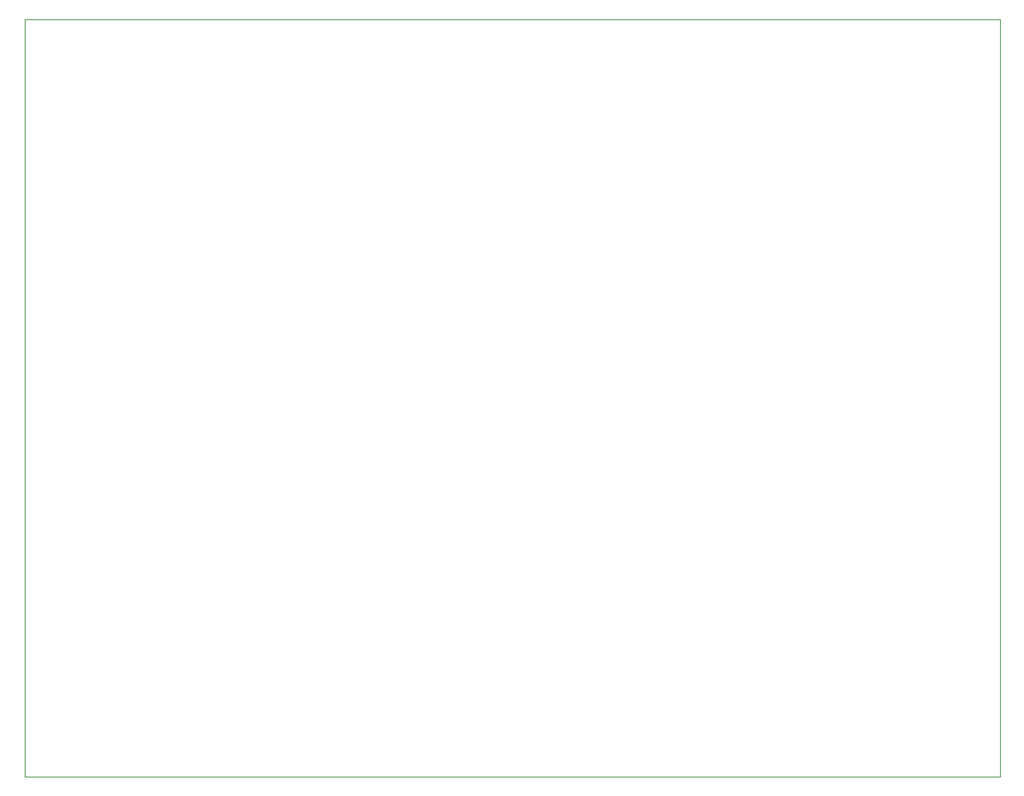
<source format=gbr>
%TF.GenerationSoftware,KiCad,Pcbnew,8.0.8*%
%TF.CreationDate,2025-01-21T20:37:45-05:00*%
%TF.ProjectId,Pit_Droid_Controller,5069745f-4472-46f6-9964-5f436f6e7472,rev?*%
%TF.SameCoordinates,Original*%
%TF.FileFunction,Profile,NP*%
%FSLAX46Y46*%
G04 Gerber Fmt 4.6, Leading zero omitted, Abs format (unit mm)*
G04 Created by KiCad (PCBNEW 8.0.8) date 2025-01-21 20:37:45*
%MOMM*%
%LPD*%
G01*
G04 APERTURE LIST*
%TA.AperFunction,Profile*%
%ADD10C,0.050000*%
%TD*%
G04 APERTURE END LIST*
D10*
X73660000Y-135890000D02*
X73660000Y-52956006D01*
X180340000Y-135890000D02*
X73660000Y-135890000D01*
X180340000Y-52956000D02*
X180340000Y-135890000D01*
X73660000Y-52956006D02*
X180340000Y-52956000D01*
M02*

</source>
